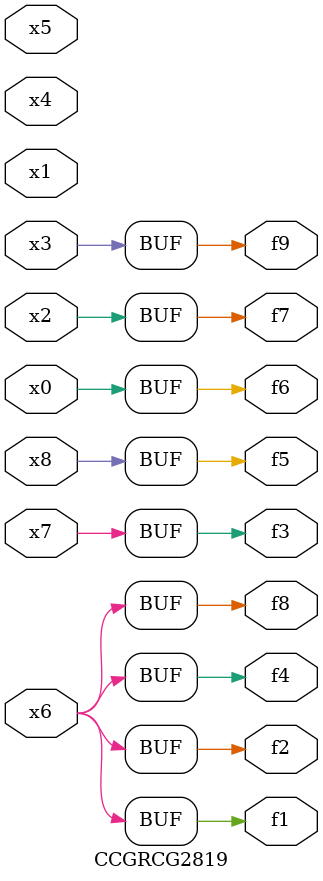
<source format=v>
module CCGRCG2819(
	input x0, x1, x2, x3, x4, x5, x6, x7, x8,
	output f1, f2, f3, f4, f5, f6, f7, f8, f9
);
	assign f1 = x6;
	assign f2 = x6;
	assign f3 = x7;
	assign f4 = x6;
	assign f5 = x8;
	assign f6 = x0;
	assign f7 = x2;
	assign f8 = x6;
	assign f9 = x3;
endmodule

</source>
